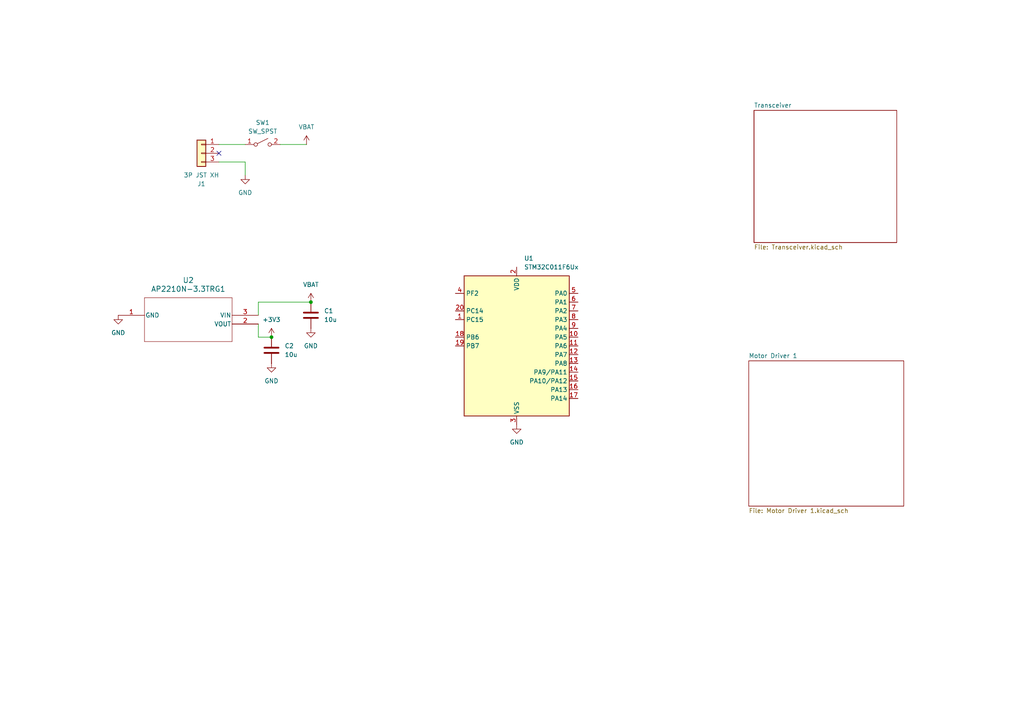
<source format=kicad_sch>
(kicad_sch (version 20250114) (generator "eeschema") (generator_version "9.0")
  (paper "A4")
  (title_block (company "Marc Rouillard"))
  (lib_symbols
    (symbol "1M_LDO:AP2210N-3.3TRG1" (pin_names (offset 0.254))
      (property "Reference" "U" (at 20.32 10.16 0))
      (property "Value" "AP2210N-3.3TRG1" (at 20.32 7.62 0))
      (symbol "AP2210N-3.3TRG1_0_1"
        (polyline (pts (xy 7.62 5.08) (xy 7.62 -7.62)) (stroke (width 0.127)))
        (polyline (pts (xy 7.62 -7.62) (xy 33.02 -7.62)) (stroke (width 0.127)))
        (polyline (pts (xy 33.02 5.08) (xy 7.62 5.08)) (stroke (width 0.127)))
        (polyline (pts (xy 33.02 -7.62) (xy 33.02 5.08)) (stroke (width 0.127)))
        (pin power_out line (at 0 0 0) (length 7.62) (name "GND") (number "1"))
        (pin unspecified line (at 40.64 0 180) (length 7.62) (name "VIN") (number "3"))
        (pin output line (at 40.64 -2.54 180) (length 7.62) (name "VOUT") (number "2"))
      )
    )
    (symbol "Connector_Generic:Conn_01x03" (pin_names (offset 1.016) (hide yes))
      (property "Reference" "J" (at 0 5.08 0))
      (property "Value" "Conn_01x03" (at 0 -5.08 0))
      (symbol "Conn_01x03_1_1"
        (rectangle (start -1.27 3.81) (end 1.27 -3.81) (stroke (width 0.254)) (fill (type background)))
        (rectangle (start -1.27 2.667) (end 0 2.413) (stroke (width 0.1524)))
        (rectangle (start -1.27 0.127) (end 0 -0.127) (stroke (width 0.1524)))
        (rectangle (start -1.27 -2.413) (end 0 -2.667) (stroke (width 0.1524)))
        (pin passive line (at -5.08 2.54 0) (length 3.81) (name "Pin_1") (number "1"))
        (pin passive line (at -5.08 0 0) (length 3.81) (name "Pin_2") (number "2"))
        (pin passive line (at -5.08 -2.54 0) (length 3.81) (name "Pin_3") (number "3"))
      )
    )
    (symbol "Device:C" (pin_numbers (hide yes)) (pin_names (offset 0.254))
      (property "Reference" "C" (at 0.635 2.54 0))
      (property "Value" "C" (at 0.635 -2.54 0))
      (symbol "C_0_1"
        (polyline (pts (xy -2.032 0.762) (xy 2.032 0.762)) (stroke (width 0.508)))
        (polyline (pts (xy -2.032 -0.762) (xy 2.032 -0.762)) (stroke (width 0.508)))
      )
      (symbol "C_1_1"
        (pin passive line (at 0 3.81 270) (length 2.794) (name "~") (number "1"))
        (pin passive line (at 0 -3.81 90) (length 2.794) (name "~") (number "2"))
      )
    )
    (symbol "MCU_ST_STM32C0:STM32C011F6Ux"
      (property "Reference" "U" (at -15.24 21.59 0))
      (property "Value" "STM32C011F6Ux" (at 2.54 21.59 0))
      (symbol "STM32C011F6Ux_0_1"
        (rectangle (start -15.24 -20.32) (end 15.24 20.32) (stroke (width 0.254)) (fill (type background)))
      )
      (symbol "STM32C011F6Ux_1_1"
        (pin bidirectional line (at -17.78 15.24 0) (length 2.54) (name "PF2") (number "4"))
        (pin bidirectional line (at -17.78 10.16 0) (length 2.54) (name "PC14") (number "20"))
        (pin bidirectional line (at -17.78 7.62 0) (length 2.54) (name "PC15") (number "1"))
        (pin bidirectional line (at -17.78 2.54 0) (length 2.54) (name "PB6") (number "18"))
        (pin bidirectional line (at -17.78 0 0) (length 2.54) (name "PB7") (number "19"))
        (pin power_in line (at 0 22.86 270) (length 2.54) (name "VDD") (number "2"))
        (pin power_in line (at 0 -22.86 90) (length 2.54) (name "VSS") (number "3"))
        (pin bidirectional line (at 17.78 15.24 180) (length 2.54) (name "PA0") (number "5"))
        (pin bidirectional line (at 17.78 12.7 180) (length 2.54) (name "PA1") (number "6"))
        (pin bidirectional line (at 17.78 10.16 180) (length 2.54) (name "PA2") (number "7"))
        (pin bidirectional line (at 17.78 7.62 180) (length 2.54) (name "PA3") (number "8"))
        (pin bidirectional line (at 17.78 5.08 180) (length 2.54) (name "PA4") (number "9"))
        (pin bidirectional line (at 17.78 2.54 180) (length 2.54) (name "PA5") (number "10"))
        (pin bidirectional line (at 17.78 0 180) (length 2.54) (name "PA6") (number "11"))
        (pin bidirectional line (at 17.78 -2.54 180) (length 2.54) (name "PA7") (number "12"))
        (pin bidirectional line (at 17.78 -5.08 180) (length 2.54) (name "PA8") (number "13"))
        (pin bidirectional line (at 17.78 -7.62 180) (length 2.54) (name "PA9/PA11") (number "14"))
        (pin bidirectional line (at 17.78 -10.16 180) (length 2.54) (name "PA10/PA12") (number "15"))
        (pin bidirectional line (at 17.78 -12.7 180) (length 2.54) (name "PA13") (number "16"))
        (pin bidirectional line (at 17.78 -15.24 180) (length 2.54) (name "PA14") (number "17"))
      )
    )
    (symbol "Switch:SW_SPST" (pin_names (offset 0) (hide yes))
      (property "Reference" "SW" (at 0 3.175 0))
      (property "Value" "SW_SPST" (at 0 -2.54 0))
      (symbol "SW_SPST_0_0"
        (circle (center -2.032 0) (radius 0.508))
        (polyline (pts (xy -1.524 0.254) (xy 1.524 1.778)))
        (circle (center 2.032 0) (radius 0.508))
      )
      (symbol "SW_SPST_1_1"
        (pin passive line (at -5.08 0 0) (length 2.54) (name "A") (number "1"))
        (pin passive line (at 5.08 0 180) (length 2.54) (name "B") (number "2"))
      )
    )
    (symbol "power:+3V3" (power) (pin_numbers (hide yes)) (pin_names (offset 0) (hide yes))
      (property "Value" "+3V3" (at 0 3.556 0))
      (symbol "+3V3_0_1"
        (polyline (pts (xy -0.762 1.27) (xy 0 2.54)))
        (polyline (pts (xy 0 2.54) (xy 0.762 1.27)))
        (polyline (pts (xy 0 0) (xy 0 2.54)))
      )
      (symbol "+3V3_1_1"
        (pin power_in line (at 0 0 90) (length 0) (name "~") (number "1"))
      )
    )
    (symbol "power:+BATT" (power) (pin_numbers (hide yes)) (pin_names (offset 0) (hide yes))
      (property "Value" "+BATT" (at 0 3.556 0))
      (symbol "+BATT_0_1"
        (polyline (pts (xy -0.762 1.27) (xy 0 2.54)))
        (polyline (pts (xy 0 2.54) (xy 0.762 1.27)))
        (polyline (pts (xy 0 0) (xy 0 2.54)))
      )
      (symbol "+BATT_1_1"
        (pin power_in line (at 0 0 90) (length 0) (name "~") (number "1"))
      )
    )
    (symbol "power:GND" (power) (pin_numbers (hide yes)) (pin_names (offset 0) (hide yes))
      (property "Value" "GND" (at 0 -3.81 0))
      (symbol "GND_0_1"
        (polyline (pts (xy 0 0) (xy 0 -1.27) (xy 1.27 -1.27) (xy 0 -2.54) (xy -1.27 -1.27) (xy 0 -1.27)))
      )
      (symbol "GND_1_1"
        (pin power_in line (at 0 0 270) (length 0) (name "~") (number "1"))
      )
    )
  )
  (junction (at 78.74 97.79))
  (junction (at 90.17 87.63))
  (no_connect (at 63.5 44.45))
  (wire (pts (xy 63.5 41.91) (xy 71.12 41.91)))
  (wire (pts (xy 74.93 97.79) (xy 78.74 97.79)))
  (wire (pts (xy 81.28 41.91) (xy 88.9 41.91)))
  (wire (pts (xy 90.17 87.63) (xy 74.93 87.63)))
  (wire (pts (xy 63.5 46.99) (xy 71.12 46.99)))
  (wire (pts (xy 71.12 46.99) (xy 71.12 50.8)))
  (wire (pts (xy 74.93 97.79) (xy 74.93 93.98)))
  (wire (pts (xy 74.93 87.63) (xy 74.93 91.44)))
  (symbol (lib_id "1M_LDO:AP2210N-3.3TRG1") (at 34.29 91.44 0) (unit 1)
    (property "Reference" "U2" (at 54.61 81.28 0) (effects (font (size 1.524 1.524))))
    (property "Value" "AP2210N-3.3TRG1" (at 54.61 83.82 0) (effects (font (size 1.524 1.524))))
    (property "Footprint" "SOT_3.3TRG1_DIO" (effects (hide yes)))
    (property "Datasheet" "AP2210N-3.3TRG1" (effects (hide yes)))
  )
  (symbol (lib_id "power:+BATT") (at 90.17 87.63 0) (unit 1)
    (property "Reference" "#PWR05" (effects (hide yes)))
    (property "Value" "VBAT" (at 90.17 82.55 0))
    (property "Description" "Power symbol creates a global label with name \"+BATT\"" (effects (hide yes)))
  )
  (symbol (lib_id "power:GND") (at 149.86 123.19 0) (unit 1)
    (property "Reference" "#PWR01" (effects (hide yes)))
    (property "Value" "GND" (at 149.86 128.27 0))
    (property "Description" "Power symbol creates a global label with name \"GND\" , ground" (effects (hide yes)))
  )
  (symbol (lib_id "MCU_ST_STM32C0:STM32C011F6Ux") (at 149.86 100.33 0) (unit 1)
    (property "Reference" "U1" (at 152.0033 74.93 0) (effects (justify left)))
    (property "Value" "STM32C011F6Ux" (at 152.0033 77.47 0) (effects (justify left)))
    (property "Footprint" "Package_DFN_QFN:ST_UFQFPN-20_3x3mm_P0.5mm" (effects (hide yes)))
    (property "Datasheet" "https://www.st.com/resource/en/datasheet/stm32c011f6.pdf" (effects (hide yes)))
    (property "Description" "STMicroelectronics Arm Cortex-M0+ MCU, 32KB flash, 6KB RAM, 48 MHz, 2.0-3.6V, 18 GPIO, UFQFPN20" (effects (hide yes)))
  )
  (symbol (lib_id "power:GND") (at 71.12 50.8 0) (unit 1)
    (property "Reference" "#PWR02" (effects (hide yes)))
    (property "Value" "GND" (at 71.12 55.88 0))
    (property "Description" "Power symbol creates a global label with name \"GND\" , ground" (effects (hide yes)))
  )
  (symbol (lib_id "Device:C") (at 90.17 91.44 0) (unit 1)
    (property "Reference" "C1" (at 93.98 90.1699 0) (effects (justify left)))
    (property "Value" "10u" (at 93.98 92.7099 0) (effects (justify left)))
    (property "Description" "Unpolarized capacitor" (effects (hide yes)))
  )
  (symbol (lib_id "power:GND") (at 34.29 91.44 0) (unit 1)
    (property "Reference" "#PWR04" (effects (hide yes)))
    (property "Value" "GND" (at 34.29 96.52 0))
    (property "Description" "Power symbol creates a global label with name \"GND\" , ground" (effects (hide yes)))
  )
  (symbol (lib_id "Switch:SW_SPST") (at 76.2 41.91 0) (unit 1)
    (property "Reference" "SW1" (at 76.2 35.56 0))
    (property "Value" "SW_SPST" (at 76.2 38.1 0))
    (property "Description" "Single Pole Single Throw (SPST) switch" (effects (hide yes)))
  )
  (symbol (lib_id "power:GND") (at 90.17 95.25 0) (unit 1)
    (property "Reference" "#PWR07" (effects (hide yes)))
    (property "Value" "GND" (at 90.17 100.33 0))
    (property "Description" "Power symbol creates a global label with name \"GND\" , ground" (effects (hide yes)))
  )
  (symbol (lib_id "power:+3V3") (at 78.74 97.79 0) (unit 1)
    (property "Reference" "#PWR06" (effects (hide yes)))
    (property "Value" "+3V3" (at 78.74 92.71 0))
    (property "Description" "Power symbol creates a global label with name \"+3V3\"" (effects (hide yes)))
  )
  (symbol (lib_id "Device:C") (at 78.74 101.6 0) (unit 1)
    (property "Reference" "C2" (at 82.55 100.3299 0) (effects (justify left)))
    (property "Value" "10u" (at 82.55 102.8699 0) (effects (justify left)))
    (property "Description" "Unpolarized capacitor" (effects (hide yes)))
  )
  (symbol (lib_id "Connector_Generic:Conn_01x03") (at 58.42 44.45 0) (mirror y) (unit 1)
    (property "Reference" "J1" (at 58.42 53.34 0))
    (property "Value" "3P JST XH" (at 58.42 50.8 0))
    (property "Description" "Generic connector, single row, 01x03, script generated (kicad-library-utils/schlib/autogen/connector/)" (effects (hide yes)))
  )
  (symbol (lib_id "power:+BATT") (at 88.9 41.91 0) (unit 1)
    (property "Reference" "#PWR03" (effects (hide yes)))
    (property "Value" "VBAT" (at 88.9 36.83 0))
    (property "Description" "Power symbol creates a global label with name \"+BATT\"" (effects (hide yes)))
  )
  (symbol (lib_id "power:GND") (at 78.74 105.41 0) (unit 1)
    (property "Reference" "#PWR08" (effects (hide yes)))
    (property "Value" "GND" (at 78.74 110.49 0))
    (property "Description" "Power symbol creates a global label with name \"GND\" , ground" (effects (hide yes)))
  )
  (sheet (at 218.694 32.004) (size 41.402 38.354) (stroke (width 0.1524))
    (property "Sheetname" "Transceiver" (at 218.694 31.2924 0) (effects (justify left bottom)))
    (property "Sheetfile" "Transceiver.kicad_sch" (at 218.694 70.9426 0) (effects (justify left top)))
  )
  (sheet (at 217.17 104.648) (size 44.958 42.164) (stroke (width 0.1524))
    (property "Sheetname" "Motor Driver 1" (at 217.17 103.9364 0) (effects (justify left bottom)))
    (property "Sheetfile" "Motor Driver 1.kicad_sch" (at 217.17 147.3966 0) (effects (justify left top)))
  )
)
</source>
